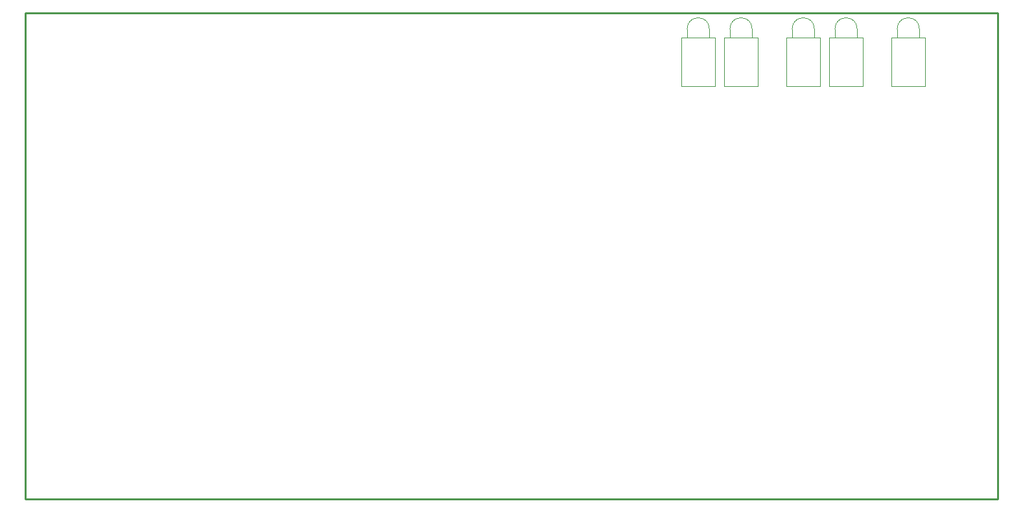
<source format=gbo>
%FSLAX23Y23*%
%MOIN*%
G70*
G01*
G75*
%ADD10C,0.006*%
%ADD11C,0.010*%
%ADD12C,0.001*%
%ADD13C,0.001*%
%ADD14C,0.250*%
%ADD15C,0.055*%
%ADD16R,0.053X0.053*%
%ADD17C,0.053*%
%ADD18C,0.059*%
%ADD19R,0.059X0.059*%
%ADD20C,0.070*%
%ADD21C,0.059*%
%ADD22R,0.059X0.059*%
%ADD23C,0.065*%
%ADD24C,0.180*%
%ADD25C,0.047*%
%ADD26R,0.047X0.047*%
%ADD27O,0.500X0.400*%
%ADD28R,0.070X0.070*%
%ADD29C,0.063*%
%ADD30C,0.025*%
%ADD31C,0.008*%
%ADD32C,0.005*%
%ADD33C,0.006*%
D11*
Y2500D02*
X5000D01*
Y0D02*
Y2500D01*
X0Y0D02*
X5000D01*
X0D02*
Y2500D01*
D12*
X4277Y2417D02*
G03*
X4163Y2417I-57J0D01*
G01*
X4057D02*
G03*
X3943Y2417I-57J0D01*
G01*
X4597D02*
G03*
X4483Y2417I-57J0D01*
G01*
X3517D02*
G03*
X3403Y2417I-57J0D01*
G01*
X3737D02*
G03*
X3623Y2417I-57J0D01*
G01*
D13*
X4133Y2121D02*
X4307D01*
Y2373D01*
X4133D02*
X4307D01*
X4133Y2121D02*
Y2373D01*
X4163D02*
Y2417D01*
X4277Y2373D02*
Y2417D01*
X3913Y2121D02*
X4087D01*
Y2373D01*
X3913D02*
X4087D01*
X3913Y2121D02*
Y2373D01*
X3943D02*
Y2417D01*
X4057Y2373D02*
Y2417D01*
X4453Y2121D02*
X4627D01*
Y2373D01*
X4453D02*
X4627D01*
X4453Y2121D02*
Y2373D01*
X4483D02*
Y2417D01*
X4597Y2373D02*
Y2417D01*
X3373Y2121D02*
X3547D01*
Y2373D01*
X3373D02*
X3547D01*
X3373Y2121D02*
Y2373D01*
X3403D02*
Y2417D01*
X3517Y2373D02*
Y2417D01*
X3593Y2121D02*
X3767D01*
Y2373D01*
X3593D02*
X3767D01*
X3593Y2121D02*
Y2373D01*
X3623D02*
Y2417D01*
X3737Y2373D02*
Y2417D01*
M02*

</source>
